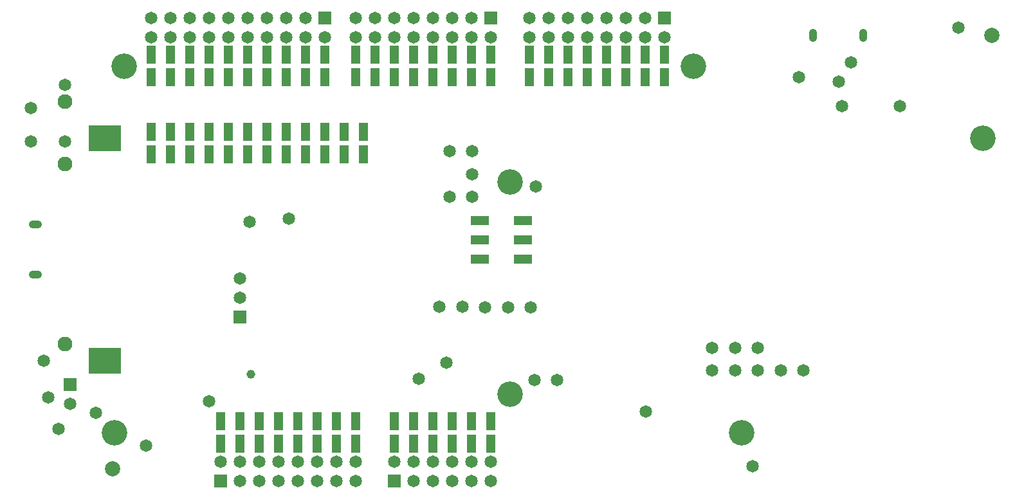
<source format=gbs>
G04*
G04 #@! TF.GenerationSoftware,Altium Limited,Altium Designer,19.1.7 (138)*
G04*
G04 Layer_Color=16711935*
%FSLAX24Y24*%
%MOIN*%
G70*
G01*
G75*
%ADD127C,0.0454*%
%ADD172R,0.0462X0.0922*%
%ADD202C,0.0787*%
%ADD203R,0.0651X0.0651*%
%ADD204C,0.0651*%
%ADD205O,0.0414X0.0690*%
%ADD206C,0.0761*%
%ADD207O,0.0690X0.0414*%
%ADD208C,0.1320*%
%ADD209R,0.0651X0.0651*%
%ADD254R,0.1714X0.1320*%
%ADD255R,0.0934X0.0462*%
D127*
X12580Y6030D02*
D03*
D172*
X15400Y17423D02*
D03*
Y18577D02*
D03*
X16400Y17423D02*
D03*
Y18577D02*
D03*
X7400D02*
D03*
Y17423D02*
D03*
X11400D02*
D03*
Y18577D02*
D03*
X12400Y17423D02*
D03*
Y18577D02*
D03*
X10400Y17423D02*
D03*
Y18577D02*
D03*
X9400Y17423D02*
D03*
Y18577D02*
D03*
X8400D02*
D03*
Y17423D02*
D03*
X14400Y18577D02*
D03*
Y17423D02*
D03*
X13400Y18577D02*
D03*
Y17423D02*
D03*
X17400Y18577D02*
D03*
Y17423D02*
D03*
X18400Y18577D02*
D03*
Y17423D02*
D03*
X10400Y22577D02*
D03*
Y21423D02*
D03*
X9400Y22577D02*
D03*
Y21423D02*
D03*
X15400Y22577D02*
D03*
Y21423D02*
D03*
X14400D02*
D03*
Y22577D02*
D03*
X13400Y21423D02*
D03*
Y22577D02*
D03*
X11400Y21423D02*
D03*
Y22577D02*
D03*
X12400Y21423D02*
D03*
Y22577D02*
D03*
X16400D02*
D03*
Y21423D02*
D03*
X7400D02*
D03*
Y22577D02*
D03*
X8400Y21423D02*
D03*
Y22577D02*
D03*
X34000Y21423D02*
D03*
Y22577D02*
D03*
X30000D02*
D03*
Y21423D02*
D03*
X29000Y22577D02*
D03*
Y21423D02*
D03*
X31000Y22577D02*
D03*
Y21423D02*
D03*
X32000Y22577D02*
D03*
Y21423D02*
D03*
X33000D02*
D03*
Y22577D02*
D03*
X27000Y21423D02*
D03*
Y22577D02*
D03*
X28000Y21423D02*
D03*
Y22577D02*
D03*
X25000Y21423D02*
D03*
Y22577D02*
D03*
X21000D02*
D03*
Y21423D02*
D03*
X20000Y22577D02*
D03*
Y21423D02*
D03*
X22000Y22577D02*
D03*
Y21423D02*
D03*
X23000Y22577D02*
D03*
Y21423D02*
D03*
X24000D02*
D03*
Y22577D02*
D03*
X18000Y21423D02*
D03*
Y22577D02*
D03*
X19000Y21423D02*
D03*
Y22577D02*
D03*
X11000Y3577D02*
D03*
Y2423D02*
D03*
X15000D02*
D03*
Y3577D02*
D03*
X16000Y2423D02*
D03*
Y3577D02*
D03*
X14000Y2423D02*
D03*
Y3577D02*
D03*
X13000Y2423D02*
D03*
Y3577D02*
D03*
X12000D02*
D03*
Y2423D02*
D03*
X18000Y3577D02*
D03*
Y2423D02*
D03*
X17000Y3577D02*
D03*
Y2423D02*
D03*
X21000D02*
D03*
Y3577D02*
D03*
X22000D02*
D03*
Y2423D02*
D03*
X23000Y3577D02*
D03*
Y2423D02*
D03*
X25000Y3577D02*
D03*
Y2423D02*
D03*
X24000Y3577D02*
D03*
Y2423D02*
D03*
X20000D02*
D03*
Y3577D02*
D03*
D202*
X50973Y23600D02*
D03*
X5411Y1120D02*
D03*
D203*
X3220Y5490D02*
D03*
X12000Y9000D02*
D03*
D204*
X2950Y21010D02*
D03*
Y18080D02*
D03*
X7150Y2320D02*
D03*
X1160Y19820D02*
D03*
X1837Y6713D02*
D03*
X1170Y18080D02*
D03*
X12500Y13940D02*
D03*
X14540Y14080D02*
D03*
X10410Y4640D02*
D03*
X4540Y4010D02*
D03*
X2589Y3193D02*
D03*
X2080Y4833D02*
D03*
X43190Y19913D02*
D03*
X43050Y21204D02*
D03*
X40980Y21410D02*
D03*
X43684Y22199D02*
D03*
X22869Y15219D02*
D03*
X24050D02*
D03*
Y16400D02*
D03*
X22869Y17581D02*
D03*
X24050D02*
D03*
X36479Y6220D02*
D03*
X37660D02*
D03*
X38841D02*
D03*
X36479Y7401D02*
D03*
X37660D02*
D03*
X38841D02*
D03*
X22346Y9530D02*
D03*
X23527D02*
D03*
X28451Y5730D02*
D03*
X21280Y5800D02*
D03*
X46210Y19920D02*
D03*
X33040Y4100D02*
D03*
X27350Y15750D02*
D03*
X40022Y6220D02*
D03*
X41203D02*
D03*
X27270Y5730D02*
D03*
X24708Y9506D02*
D03*
X22700Y6630D02*
D03*
X27070Y9506D02*
D03*
X25889D02*
D03*
X3220Y4490D02*
D03*
X38580Y1270D02*
D03*
X49250Y24000D02*
D03*
X12000Y10000D02*
D03*
Y11000D02*
D03*
X7400Y24500D02*
D03*
Y23500D02*
D03*
X8400D02*
D03*
Y24500D02*
D03*
X10400D02*
D03*
Y23500D02*
D03*
X11400D02*
D03*
Y24500D02*
D03*
X13400Y23500D02*
D03*
Y24500D02*
D03*
X16400Y23500D02*
D03*
X15400Y24500D02*
D03*
Y23500D02*
D03*
X14400Y24500D02*
D03*
Y23500D02*
D03*
X12400Y24500D02*
D03*
Y23500D02*
D03*
X9400D02*
D03*
Y24500D02*
D03*
X27000D02*
D03*
Y23500D02*
D03*
X30000D02*
D03*
Y24500D02*
D03*
X32000Y23500D02*
D03*
Y24500D02*
D03*
X33000Y23500D02*
D03*
Y24500D02*
D03*
X34000Y23500D02*
D03*
X31000Y24500D02*
D03*
Y23500D02*
D03*
X29000Y24500D02*
D03*
Y23500D02*
D03*
X28000D02*
D03*
Y24500D02*
D03*
X18000D02*
D03*
Y23500D02*
D03*
X21000D02*
D03*
Y24500D02*
D03*
X23000Y23500D02*
D03*
Y24500D02*
D03*
X24000Y23500D02*
D03*
Y24500D02*
D03*
X25000Y23500D02*
D03*
X22000Y24500D02*
D03*
Y23500D02*
D03*
X20000Y24500D02*
D03*
Y23500D02*
D03*
X19000D02*
D03*
Y24500D02*
D03*
X18000Y500D02*
D03*
Y1500D02*
D03*
X15000D02*
D03*
Y500D02*
D03*
X13000Y1500D02*
D03*
Y500D02*
D03*
X12000Y1500D02*
D03*
Y500D02*
D03*
X11000Y1500D02*
D03*
X14000Y500D02*
D03*
Y1500D02*
D03*
X16000Y500D02*
D03*
Y1500D02*
D03*
X17000D02*
D03*
Y500D02*
D03*
X25000Y1500D02*
D03*
Y500D02*
D03*
X23000Y1500D02*
D03*
Y500D02*
D03*
X20000Y1500D02*
D03*
X21000Y500D02*
D03*
Y1500D02*
D03*
X22000Y500D02*
D03*
Y1500D02*
D03*
X24000Y500D02*
D03*
Y1500D02*
D03*
D205*
X44303Y23600D02*
D03*
X41704D02*
D03*
D206*
X2954Y20157D02*
D03*
Y16929D02*
D03*
Y7590D02*
D03*
D207*
X1400Y13799D02*
D03*
Y11201D02*
D03*
D208*
X50500Y18250D02*
D03*
X26000Y5000D02*
D03*
Y16000D02*
D03*
X5500Y3000D02*
D03*
X6000Y22000D02*
D03*
X38000Y3000D02*
D03*
X35500Y22000D02*
D03*
D209*
X16400Y24500D02*
D03*
X34000D02*
D03*
X25000D02*
D03*
X11000Y500D02*
D03*
X20000D02*
D03*
D254*
X4990Y6732D02*
D03*
Y18268D02*
D03*
D255*
X24438Y12000D02*
D03*
X26662D02*
D03*
X24438Y13000D02*
D03*
Y14000D02*
D03*
X26662Y13000D02*
D03*
Y14000D02*
D03*
M02*

</source>
